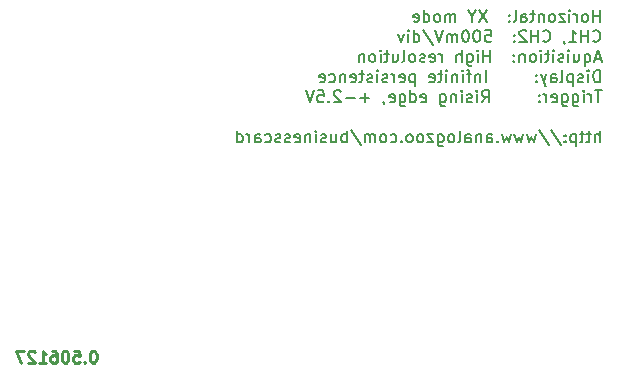
<source format=gbo>
%TF.GenerationSoftware,KiCad,Pcbnew,4.0.7*%
%TF.CreationDate,2018-03-04T17:21:21-05:00*%
%TF.ProjectId,BusinessCard,427573696E657373436172642E6B6963,rev?*%
%TF.FileFunction,Legend,Bot*%
%FSLAX46Y46*%
G04 Gerber Fmt 4.6, Leading zero omitted, Abs format (unit mm)*
G04 Created by KiCad (PCBNEW 4.0.7) date Sunday, March 04, 2018 'PMt' 05:21:21 PM*
%MOMM*%
%LPD*%
G01*
G04 APERTURE LIST*
%ADD10C,0.100000*%
%ADD11C,0.250000*%
%ADD12C,0.200000*%
G04 APERTURE END LIST*
D10*
D11*
X117315857Y-119213381D02*
X117220618Y-119213381D01*
X117125380Y-119261000D01*
X117077761Y-119308619D01*
X117030142Y-119403857D01*
X116982523Y-119594333D01*
X116982523Y-119832429D01*
X117030142Y-120022905D01*
X117077761Y-120118143D01*
X117125380Y-120165762D01*
X117220618Y-120213381D01*
X117315857Y-120213381D01*
X117411095Y-120165762D01*
X117458714Y-120118143D01*
X117506333Y-120022905D01*
X117553952Y-119832429D01*
X117553952Y-119594333D01*
X117506333Y-119403857D01*
X117458714Y-119308619D01*
X117411095Y-119261000D01*
X117315857Y-119213381D01*
X116553952Y-120118143D02*
X116506333Y-120165762D01*
X116553952Y-120213381D01*
X116601571Y-120165762D01*
X116553952Y-120118143D01*
X116553952Y-120213381D01*
X115601571Y-119213381D02*
X116077762Y-119213381D01*
X116125381Y-119689571D01*
X116077762Y-119641952D01*
X115982524Y-119594333D01*
X115744428Y-119594333D01*
X115649190Y-119641952D01*
X115601571Y-119689571D01*
X115553952Y-119784810D01*
X115553952Y-120022905D01*
X115601571Y-120118143D01*
X115649190Y-120165762D01*
X115744428Y-120213381D01*
X115982524Y-120213381D01*
X116077762Y-120165762D01*
X116125381Y-120118143D01*
X114934905Y-119213381D02*
X114839666Y-119213381D01*
X114744428Y-119261000D01*
X114696809Y-119308619D01*
X114649190Y-119403857D01*
X114601571Y-119594333D01*
X114601571Y-119832429D01*
X114649190Y-120022905D01*
X114696809Y-120118143D01*
X114744428Y-120165762D01*
X114839666Y-120213381D01*
X114934905Y-120213381D01*
X115030143Y-120165762D01*
X115077762Y-120118143D01*
X115125381Y-120022905D01*
X115173000Y-119832429D01*
X115173000Y-119594333D01*
X115125381Y-119403857D01*
X115077762Y-119308619D01*
X115030143Y-119261000D01*
X114934905Y-119213381D01*
X113744428Y-119213381D02*
X113934905Y-119213381D01*
X114030143Y-119261000D01*
X114077762Y-119308619D01*
X114173000Y-119451476D01*
X114220619Y-119641952D01*
X114220619Y-120022905D01*
X114173000Y-120118143D01*
X114125381Y-120165762D01*
X114030143Y-120213381D01*
X113839666Y-120213381D01*
X113744428Y-120165762D01*
X113696809Y-120118143D01*
X113649190Y-120022905D01*
X113649190Y-119784810D01*
X113696809Y-119689571D01*
X113744428Y-119641952D01*
X113839666Y-119594333D01*
X114030143Y-119594333D01*
X114125381Y-119641952D01*
X114173000Y-119689571D01*
X114220619Y-119784810D01*
X112696809Y-120213381D02*
X113268238Y-120213381D01*
X112982524Y-120213381D02*
X112982524Y-119213381D01*
X113077762Y-119356238D01*
X113173000Y-119451476D01*
X113268238Y-119499095D01*
X112315857Y-119308619D02*
X112268238Y-119261000D01*
X112173000Y-119213381D01*
X111934904Y-119213381D01*
X111839666Y-119261000D01*
X111792047Y-119308619D01*
X111744428Y-119403857D01*
X111744428Y-119499095D01*
X111792047Y-119641952D01*
X112363476Y-120213381D01*
X111744428Y-120213381D01*
X111411095Y-119213381D02*
X110744428Y-119213381D01*
X111173000Y-120213381D01*
D12*
X160162905Y-91364381D02*
X160162905Y-90364381D01*
X160162905Y-90840571D02*
X159591476Y-90840571D01*
X159591476Y-91364381D02*
X159591476Y-90364381D01*
X158972429Y-91364381D02*
X159067667Y-91316762D01*
X159115286Y-91269143D01*
X159162905Y-91173905D01*
X159162905Y-90888190D01*
X159115286Y-90792952D01*
X159067667Y-90745333D01*
X158972429Y-90697714D01*
X158829571Y-90697714D01*
X158734333Y-90745333D01*
X158686714Y-90792952D01*
X158639095Y-90888190D01*
X158639095Y-91173905D01*
X158686714Y-91269143D01*
X158734333Y-91316762D01*
X158829571Y-91364381D01*
X158972429Y-91364381D01*
X158210524Y-91364381D02*
X158210524Y-90697714D01*
X158210524Y-90888190D02*
X158162905Y-90792952D01*
X158115286Y-90745333D01*
X158020048Y-90697714D01*
X157924809Y-90697714D01*
X157591476Y-91364381D02*
X157591476Y-90697714D01*
X157591476Y-90364381D02*
X157639095Y-90412000D01*
X157591476Y-90459619D01*
X157543857Y-90412000D01*
X157591476Y-90364381D01*
X157591476Y-90459619D01*
X157210524Y-90697714D02*
X156686714Y-90697714D01*
X157210524Y-91364381D01*
X156686714Y-91364381D01*
X156162905Y-91364381D02*
X156258143Y-91316762D01*
X156305762Y-91269143D01*
X156353381Y-91173905D01*
X156353381Y-90888190D01*
X156305762Y-90792952D01*
X156258143Y-90745333D01*
X156162905Y-90697714D01*
X156020047Y-90697714D01*
X155924809Y-90745333D01*
X155877190Y-90792952D01*
X155829571Y-90888190D01*
X155829571Y-91173905D01*
X155877190Y-91269143D01*
X155924809Y-91316762D01*
X156020047Y-91364381D01*
X156162905Y-91364381D01*
X155401000Y-90697714D02*
X155401000Y-91364381D01*
X155401000Y-90792952D02*
X155353381Y-90745333D01*
X155258143Y-90697714D01*
X155115285Y-90697714D01*
X155020047Y-90745333D01*
X154972428Y-90840571D01*
X154972428Y-91364381D01*
X154639095Y-90697714D02*
X154258143Y-90697714D01*
X154496238Y-90364381D02*
X154496238Y-91221524D01*
X154448619Y-91316762D01*
X154353381Y-91364381D01*
X154258143Y-91364381D01*
X153496237Y-91364381D02*
X153496237Y-90840571D01*
X153543856Y-90745333D01*
X153639094Y-90697714D01*
X153829571Y-90697714D01*
X153924809Y-90745333D01*
X153496237Y-91316762D02*
X153591475Y-91364381D01*
X153829571Y-91364381D01*
X153924809Y-91316762D01*
X153972428Y-91221524D01*
X153972428Y-91126286D01*
X153924809Y-91031048D01*
X153829571Y-90983429D01*
X153591475Y-90983429D01*
X153496237Y-90935810D01*
X152877190Y-91364381D02*
X152972428Y-91316762D01*
X153020047Y-91221524D01*
X153020047Y-90364381D01*
X152496237Y-91269143D02*
X152448618Y-91316762D01*
X152496237Y-91364381D01*
X152543856Y-91316762D01*
X152496237Y-91269143D01*
X152496237Y-91364381D01*
X152496237Y-90745333D02*
X152448618Y-90792952D01*
X152496237Y-90840571D01*
X152543856Y-90792952D01*
X152496237Y-90745333D01*
X152496237Y-90840571D01*
X150591475Y-90364381D02*
X149924808Y-91364381D01*
X149924808Y-90364381D02*
X150591475Y-91364381D01*
X149353380Y-90888190D02*
X149353380Y-91364381D01*
X149686713Y-90364381D02*
X149353380Y-90888190D01*
X149020046Y-90364381D01*
X147924808Y-91364381D02*
X147924808Y-90697714D01*
X147924808Y-90792952D02*
X147877189Y-90745333D01*
X147781951Y-90697714D01*
X147639093Y-90697714D01*
X147543855Y-90745333D01*
X147496236Y-90840571D01*
X147496236Y-91364381D01*
X147496236Y-90840571D02*
X147448617Y-90745333D01*
X147353379Y-90697714D01*
X147210522Y-90697714D01*
X147115284Y-90745333D01*
X147067665Y-90840571D01*
X147067665Y-91364381D01*
X146448618Y-91364381D02*
X146543856Y-91316762D01*
X146591475Y-91269143D01*
X146639094Y-91173905D01*
X146639094Y-90888190D01*
X146591475Y-90792952D01*
X146543856Y-90745333D01*
X146448618Y-90697714D01*
X146305760Y-90697714D01*
X146210522Y-90745333D01*
X146162903Y-90792952D01*
X146115284Y-90888190D01*
X146115284Y-91173905D01*
X146162903Y-91269143D01*
X146210522Y-91316762D01*
X146305760Y-91364381D01*
X146448618Y-91364381D01*
X145258141Y-91364381D02*
X145258141Y-90364381D01*
X145258141Y-91316762D02*
X145353379Y-91364381D01*
X145543856Y-91364381D01*
X145639094Y-91316762D01*
X145686713Y-91269143D01*
X145734332Y-91173905D01*
X145734332Y-90888190D01*
X145686713Y-90792952D01*
X145639094Y-90745333D01*
X145543856Y-90697714D01*
X145353379Y-90697714D01*
X145258141Y-90745333D01*
X144400998Y-91316762D02*
X144496236Y-91364381D01*
X144686713Y-91364381D01*
X144781951Y-91316762D01*
X144829570Y-91221524D01*
X144829570Y-90840571D01*
X144781951Y-90745333D01*
X144686713Y-90697714D01*
X144496236Y-90697714D01*
X144400998Y-90745333D01*
X144353379Y-90840571D01*
X144353379Y-90935810D01*
X144829570Y-91031048D01*
X159591476Y-92969143D02*
X159639095Y-93016762D01*
X159781952Y-93064381D01*
X159877190Y-93064381D01*
X160020048Y-93016762D01*
X160115286Y-92921524D01*
X160162905Y-92826286D01*
X160210524Y-92635810D01*
X160210524Y-92492952D01*
X160162905Y-92302476D01*
X160115286Y-92207238D01*
X160020048Y-92112000D01*
X159877190Y-92064381D01*
X159781952Y-92064381D01*
X159639095Y-92112000D01*
X159591476Y-92159619D01*
X159162905Y-93064381D02*
X159162905Y-92064381D01*
X159162905Y-92540571D02*
X158591476Y-92540571D01*
X158591476Y-93064381D02*
X158591476Y-92064381D01*
X157591476Y-93064381D02*
X158162905Y-93064381D01*
X157877191Y-93064381D02*
X157877191Y-92064381D01*
X157972429Y-92207238D01*
X158067667Y-92302476D01*
X158162905Y-92350095D01*
X157115286Y-93016762D02*
X157115286Y-93064381D01*
X157162905Y-93159619D01*
X157210524Y-93207238D01*
X155353381Y-92969143D02*
X155401000Y-93016762D01*
X155543857Y-93064381D01*
X155639095Y-93064381D01*
X155781953Y-93016762D01*
X155877191Y-92921524D01*
X155924810Y-92826286D01*
X155972429Y-92635810D01*
X155972429Y-92492952D01*
X155924810Y-92302476D01*
X155877191Y-92207238D01*
X155781953Y-92112000D01*
X155639095Y-92064381D01*
X155543857Y-92064381D01*
X155401000Y-92112000D01*
X155353381Y-92159619D01*
X154924810Y-93064381D02*
X154924810Y-92064381D01*
X154924810Y-92540571D02*
X154353381Y-92540571D01*
X154353381Y-93064381D02*
X154353381Y-92064381D01*
X153924810Y-92159619D02*
X153877191Y-92112000D01*
X153781953Y-92064381D01*
X153543857Y-92064381D01*
X153448619Y-92112000D01*
X153401000Y-92159619D01*
X153353381Y-92254857D01*
X153353381Y-92350095D01*
X153401000Y-92492952D01*
X153972429Y-93064381D01*
X153353381Y-93064381D01*
X152924810Y-92969143D02*
X152877191Y-93016762D01*
X152924810Y-93064381D01*
X152972429Y-93016762D01*
X152924810Y-92969143D01*
X152924810Y-93064381D01*
X152924810Y-92445333D02*
X152877191Y-92492952D01*
X152924810Y-92540571D01*
X152972429Y-92492952D01*
X152924810Y-92445333D01*
X152924810Y-92540571D01*
X150448619Y-92064381D02*
X150924810Y-92064381D01*
X150972429Y-92540571D01*
X150924810Y-92492952D01*
X150829572Y-92445333D01*
X150591476Y-92445333D01*
X150496238Y-92492952D01*
X150448619Y-92540571D01*
X150401000Y-92635810D01*
X150401000Y-92873905D01*
X150448619Y-92969143D01*
X150496238Y-93016762D01*
X150591476Y-93064381D01*
X150829572Y-93064381D01*
X150924810Y-93016762D01*
X150972429Y-92969143D01*
X149781953Y-92064381D02*
X149686714Y-92064381D01*
X149591476Y-92112000D01*
X149543857Y-92159619D01*
X149496238Y-92254857D01*
X149448619Y-92445333D01*
X149448619Y-92683429D01*
X149496238Y-92873905D01*
X149543857Y-92969143D01*
X149591476Y-93016762D01*
X149686714Y-93064381D01*
X149781953Y-93064381D01*
X149877191Y-93016762D01*
X149924810Y-92969143D01*
X149972429Y-92873905D01*
X150020048Y-92683429D01*
X150020048Y-92445333D01*
X149972429Y-92254857D01*
X149924810Y-92159619D01*
X149877191Y-92112000D01*
X149781953Y-92064381D01*
X148829572Y-92064381D02*
X148734333Y-92064381D01*
X148639095Y-92112000D01*
X148591476Y-92159619D01*
X148543857Y-92254857D01*
X148496238Y-92445333D01*
X148496238Y-92683429D01*
X148543857Y-92873905D01*
X148591476Y-92969143D01*
X148639095Y-93016762D01*
X148734333Y-93064381D01*
X148829572Y-93064381D01*
X148924810Y-93016762D01*
X148972429Y-92969143D01*
X149020048Y-92873905D01*
X149067667Y-92683429D01*
X149067667Y-92445333D01*
X149020048Y-92254857D01*
X148972429Y-92159619D01*
X148924810Y-92112000D01*
X148829572Y-92064381D01*
X148067667Y-93064381D02*
X148067667Y-92397714D01*
X148067667Y-92492952D02*
X148020048Y-92445333D01*
X147924810Y-92397714D01*
X147781952Y-92397714D01*
X147686714Y-92445333D01*
X147639095Y-92540571D01*
X147639095Y-93064381D01*
X147639095Y-92540571D02*
X147591476Y-92445333D01*
X147496238Y-92397714D01*
X147353381Y-92397714D01*
X147258143Y-92445333D01*
X147210524Y-92540571D01*
X147210524Y-93064381D01*
X146877191Y-92064381D02*
X146543858Y-93064381D01*
X146210524Y-92064381D01*
X145162905Y-92016762D02*
X146020048Y-93302476D01*
X144401000Y-93064381D02*
X144401000Y-92064381D01*
X144401000Y-93016762D02*
X144496238Y-93064381D01*
X144686715Y-93064381D01*
X144781953Y-93016762D01*
X144829572Y-92969143D01*
X144877191Y-92873905D01*
X144877191Y-92588190D01*
X144829572Y-92492952D01*
X144781953Y-92445333D01*
X144686715Y-92397714D01*
X144496238Y-92397714D01*
X144401000Y-92445333D01*
X143924810Y-93064381D02*
X143924810Y-92397714D01*
X143924810Y-92064381D02*
X143972429Y-92112000D01*
X143924810Y-92159619D01*
X143877191Y-92112000D01*
X143924810Y-92064381D01*
X143924810Y-92159619D01*
X143543858Y-92397714D02*
X143305763Y-93064381D01*
X143067667Y-92397714D01*
X160210524Y-94478667D02*
X159734333Y-94478667D01*
X160305762Y-94764381D02*
X159972429Y-93764381D01*
X159639095Y-94764381D01*
X158877190Y-94097714D02*
X158877190Y-95097714D01*
X158877190Y-94716762D02*
X158972428Y-94764381D01*
X159162905Y-94764381D01*
X159258143Y-94716762D01*
X159305762Y-94669143D01*
X159353381Y-94573905D01*
X159353381Y-94288190D01*
X159305762Y-94192952D01*
X159258143Y-94145333D01*
X159162905Y-94097714D01*
X158972428Y-94097714D01*
X158877190Y-94145333D01*
X157972428Y-94097714D02*
X157972428Y-94764381D01*
X158401000Y-94097714D02*
X158401000Y-94621524D01*
X158353381Y-94716762D01*
X158258143Y-94764381D01*
X158115285Y-94764381D01*
X158020047Y-94716762D01*
X157972428Y-94669143D01*
X157496238Y-94764381D02*
X157496238Y-94097714D01*
X157496238Y-93764381D02*
X157543857Y-93812000D01*
X157496238Y-93859619D01*
X157448619Y-93812000D01*
X157496238Y-93764381D01*
X157496238Y-93859619D01*
X157067667Y-94716762D02*
X156972429Y-94764381D01*
X156781953Y-94764381D01*
X156686714Y-94716762D01*
X156639095Y-94621524D01*
X156639095Y-94573905D01*
X156686714Y-94478667D01*
X156781953Y-94431048D01*
X156924810Y-94431048D01*
X157020048Y-94383429D01*
X157067667Y-94288190D01*
X157067667Y-94240571D01*
X157020048Y-94145333D01*
X156924810Y-94097714D01*
X156781953Y-94097714D01*
X156686714Y-94145333D01*
X156210524Y-94764381D02*
X156210524Y-94097714D01*
X156210524Y-93764381D02*
X156258143Y-93812000D01*
X156210524Y-93859619D01*
X156162905Y-93812000D01*
X156210524Y-93764381D01*
X156210524Y-93859619D01*
X155877191Y-94097714D02*
X155496239Y-94097714D01*
X155734334Y-93764381D02*
X155734334Y-94621524D01*
X155686715Y-94716762D01*
X155591477Y-94764381D01*
X155496239Y-94764381D01*
X155162905Y-94764381D02*
X155162905Y-94097714D01*
X155162905Y-93764381D02*
X155210524Y-93812000D01*
X155162905Y-93859619D01*
X155115286Y-93812000D01*
X155162905Y-93764381D01*
X155162905Y-93859619D01*
X154543858Y-94764381D02*
X154639096Y-94716762D01*
X154686715Y-94669143D01*
X154734334Y-94573905D01*
X154734334Y-94288190D01*
X154686715Y-94192952D01*
X154639096Y-94145333D01*
X154543858Y-94097714D01*
X154401000Y-94097714D01*
X154305762Y-94145333D01*
X154258143Y-94192952D01*
X154210524Y-94288190D01*
X154210524Y-94573905D01*
X154258143Y-94669143D01*
X154305762Y-94716762D01*
X154401000Y-94764381D01*
X154543858Y-94764381D01*
X153781953Y-94097714D02*
X153781953Y-94764381D01*
X153781953Y-94192952D02*
X153734334Y-94145333D01*
X153639096Y-94097714D01*
X153496238Y-94097714D01*
X153401000Y-94145333D01*
X153353381Y-94240571D01*
X153353381Y-94764381D01*
X152877191Y-94669143D02*
X152829572Y-94716762D01*
X152877191Y-94764381D01*
X152924810Y-94716762D01*
X152877191Y-94669143D01*
X152877191Y-94764381D01*
X152877191Y-94145333D02*
X152829572Y-94192952D01*
X152877191Y-94240571D01*
X152924810Y-94192952D01*
X152877191Y-94145333D01*
X152877191Y-94240571D01*
X150877191Y-94764381D02*
X150877191Y-93764381D01*
X150877191Y-94240571D02*
X150305762Y-94240571D01*
X150305762Y-94764381D02*
X150305762Y-93764381D01*
X149829572Y-94764381D02*
X149829572Y-94097714D01*
X149829572Y-93764381D02*
X149877191Y-93812000D01*
X149829572Y-93859619D01*
X149781953Y-93812000D01*
X149829572Y-93764381D01*
X149829572Y-93859619D01*
X148924810Y-94097714D02*
X148924810Y-94907238D01*
X148972429Y-95002476D01*
X149020048Y-95050095D01*
X149115287Y-95097714D01*
X149258144Y-95097714D01*
X149353382Y-95050095D01*
X148924810Y-94716762D02*
X149020048Y-94764381D01*
X149210525Y-94764381D01*
X149305763Y-94716762D01*
X149353382Y-94669143D01*
X149401001Y-94573905D01*
X149401001Y-94288190D01*
X149353382Y-94192952D01*
X149305763Y-94145333D01*
X149210525Y-94097714D01*
X149020048Y-94097714D01*
X148924810Y-94145333D01*
X148448620Y-94764381D02*
X148448620Y-93764381D01*
X148020048Y-94764381D02*
X148020048Y-94240571D01*
X148067667Y-94145333D01*
X148162905Y-94097714D01*
X148305763Y-94097714D01*
X148401001Y-94145333D01*
X148448620Y-94192952D01*
X146781953Y-94764381D02*
X146781953Y-94097714D01*
X146781953Y-94288190D02*
X146734334Y-94192952D01*
X146686715Y-94145333D01*
X146591477Y-94097714D01*
X146496238Y-94097714D01*
X145781952Y-94716762D02*
X145877190Y-94764381D01*
X146067667Y-94764381D01*
X146162905Y-94716762D01*
X146210524Y-94621524D01*
X146210524Y-94240571D01*
X146162905Y-94145333D01*
X146067667Y-94097714D01*
X145877190Y-94097714D01*
X145781952Y-94145333D01*
X145734333Y-94240571D01*
X145734333Y-94335810D01*
X146210524Y-94431048D01*
X145353381Y-94716762D02*
X145258143Y-94764381D01*
X145067667Y-94764381D01*
X144972428Y-94716762D01*
X144924809Y-94621524D01*
X144924809Y-94573905D01*
X144972428Y-94478667D01*
X145067667Y-94431048D01*
X145210524Y-94431048D01*
X145305762Y-94383429D01*
X145353381Y-94288190D01*
X145353381Y-94240571D01*
X145305762Y-94145333D01*
X145210524Y-94097714D01*
X145067667Y-94097714D01*
X144972428Y-94145333D01*
X144353381Y-94764381D02*
X144448619Y-94716762D01*
X144496238Y-94669143D01*
X144543857Y-94573905D01*
X144543857Y-94288190D01*
X144496238Y-94192952D01*
X144448619Y-94145333D01*
X144353381Y-94097714D01*
X144210523Y-94097714D01*
X144115285Y-94145333D01*
X144067666Y-94192952D01*
X144020047Y-94288190D01*
X144020047Y-94573905D01*
X144067666Y-94669143D01*
X144115285Y-94716762D01*
X144210523Y-94764381D01*
X144353381Y-94764381D01*
X143448619Y-94764381D02*
X143543857Y-94716762D01*
X143591476Y-94621524D01*
X143591476Y-93764381D01*
X142639094Y-94097714D02*
X142639094Y-94764381D01*
X143067666Y-94097714D02*
X143067666Y-94621524D01*
X143020047Y-94716762D01*
X142924809Y-94764381D01*
X142781951Y-94764381D01*
X142686713Y-94716762D01*
X142639094Y-94669143D01*
X142305761Y-94097714D02*
X141924809Y-94097714D01*
X142162904Y-93764381D02*
X142162904Y-94621524D01*
X142115285Y-94716762D01*
X142020047Y-94764381D01*
X141924809Y-94764381D01*
X141591475Y-94764381D02*
X141591475Y-94097714D01*
X141591475Y-93764381D02*
X141639094Y-93812000D01*
X141591475Y-93859619D01*
X141543856Y-93812000D01*
X141591475Y-93764381D01*
X141591475Y-93859619D01*
X140972428Y-94764381D02*
X141067666Y-94716762D01*
X141115285Y-94669143D01*
X141162904Y-94573905D01*
X141162904Y-94288190D01*
X141115285Y-94192952D01*
X141067666Y-94145333D01*
X140972428Y-94097714D01*
X140829570Y-94097714D01*
X140734332Y-94145333D01*
X140686713Y-94192952D01*
X140639094Y-94288190D01*
X140639094Y-94573905D01*
X140686713Y-94669143D01*
X140734332Y-94716762D01*
X140829570Y-94764381D01*
X140972428Y-94764381D01*
X140210523Y-94097714D02*
X140210523Y-94764381D01*
X140210523Y-94192952D02*
X140162904Y-94145333D01*
X140067666Y-94097714D01*
X139924808Y-94097714D01*
X139829570Y-94145333D01*
X139781951Y-94240571D01*
X139781951Y-94764381D01*
X160162905Y-96464381D02*
X160162905Y-95464381D01*
X159924810Y-95464381D01*
X159781952Y-95512000D01*
X159686714Y-95607238D01*
X159639095Y-95702476D01*
X159591476Y-95892952D01*
X159591476Y-96035810D01*
X159639095Y-96226286D01*
X159686714Y-96321524D01*
X159781952Y-96416762D01*
X159924810Y-96464381D01*
X160162905Y-96464381D01*
X159162905Y-96464381D02*
X159162905Y-95797714D01*
X159162905Y-95464381D02*
X159210524Y-95512000D01*
X159162905Y-95559619D01*
X159115286Y-95512000D01*
X159162905Y-95464381D01*
X159162905Y-95559619D01*
X158734334Y-96416762D02*
X158639096Y-96464381D01*
X158448620Y-96464381D01*
X158353381Y-96416762D01*
X158305762Y-96321524D01*
X158305762Y-96273905D01*
X158353381Y-96178667D01*
X158448620Y-96131048D01*
X158591477Y-96131048D01*
X158686715Y-96083429D01*
X158734334Y-95988190D01*
X158734334Y-95940571D01*
X158686715Y-95845333D01*
X158591477Y-95797714D01*
X158448620Y-95797714D01*
X158353381Y-95845333D01*
X157877191Y-95797714D02*
X157877191Y-96797714D01*
X157877191Y-95845333D02*
X157781953Y-95797714D01*
X157591476Y-95797714D01*
X157496238Y-95845333D01*
X157448619Y-95892952D01*
X157401000Y-95988190D01*
X157401000Y-96273905D01*
X157448619Y-96369143D01*
X157496238Y-96416762D01*
X157591476Y-96464381D01*
X157781953Y-96464381D01*
X157877191Y-96416762D01*
X156829572Y-96464381D02*
X156924810Y-96416762D01*
X156972429Y-96321524D01*
X156972429Y-95464381D01*
X156020047Y-96464381D02*
X156020047Y-95940571D01*
X156067666Y-95845333D01*
X156162904Y-95797714D01*
X156353381Y-95797714D01*
X156448619Y-95845333D01*
X156020047Y-96416762D02*
X156115285Y-96464381D01*
X156353381Y-96464381D01*
X156448619Y-96416762D01*
X156496238Y-96321524D01*
X156496238Y-96226286D01*
X156448619Y-96131048D01*
X156353381Y-96083429D01*
X156115285Y-96083429D01*
X156020047Y-96035810D01*
X155639095Y-95797714D02*
X155401000Y-96464381D01*
X155162904Y-95797714D02*
X155401000Y-96464381D01*
X155496238Y-96702476D01*
X155543857Y-96750095D01*
X155639095Y-96797714D01*
X154781952Y-96369143D02*
X154734333Y-96416762D01*
X154781952Y-96464381D01*
X154829571Y-96416762D01*
X154781952Y-96369143D01*
X154781952Y-96464381D01*
X154781952Y-95845333D02*
X154734333Y-95892952D01*
X154781952Y-95940571D01*
X154829571Y-95892952D01*
X154781952Y-95845333D01*
X154781952Y-95940571D01*
X150496237Y-96464381D02*
X150496237Y-95464381D01*
X150020047Y-95797714D02*
X150020047Y-96464381D01*
X150020047Y-95892952D02*
X149972428Y-95845333D01*
X149877190Y-95797714D01*
X149734332Y-95797714D01*
X149639094Y-95845333D01*
X149591475Y-95940571D01*
X149591475Y-96464381D01*
X149258142Y-95797714D02*
X148877190Y-95797714D01*
X149115285Y-96464381D02*
X149115285Y-95607238D01*
X149067666Y-95512000D01*
X148972428Y-95464381D01*
X148877190Y-95464381D01*
X148543856Y-96464381D02*
X148543856Y-95797714D01*
X148543856Y-95464381D02*
X148591475Y-95512000D01*
X148543856Y-95559619D01*
X148496237Y-95512000D01*
X148543856Y-95464381D01*
X148543856Y-95559619D01*
X148067666Y-95797714D02*
X148067666Y-96464381D01*
X148067666Y-95892952D02*
X148020047Y-95845333D01*
X147924809Y-95797714D01*
X147781951Y-95797714D01*
X147686713Y-95845333D01*
X147639094Y-95940571D01*
X147639094Y-96464381D01*
X147162904Y-96464381D02*
X147162904Y-95797714D01*
X147162904Y-95464381D02*
X147210523Y-95512000D01*
X147162904Y-95559619D01*
X147115285Y-95512000D01*
X147162904Y-95464381D01*
X147162904Y-95559619D01*
X146829571Y-95797714D02*
X146448619Y-95797714D01*
X146686714Y-95464381D02*
X146686714Y-96321524D01*
X146639095Y-96416762D01*
X146543857Y-96464381D01*
X146448619Y-96464381D01*
X145734332Y-96416762D02*
X145829570Y-96464381D01*
X146020047Y-96464381D01*
X146115285Y-96416762D01*
X146162904Y-96321524D01*
X146162904Y-95940571D01*
X146115285Y-95845333D01*
X146020047Y-95797714D01*
X145829570Y-95797714D01*
X145734332Y-95845333D01*
X145686713Y-95940571D01*
X145686713Y-96035810D01*
X146162904Y-96131048D01*
X144496237Y-95797714D02*
X144496237Y-96797714D01*
X144496237Y-95845333D02*
X144400999Y-95797714D01*
X144210522Y-95797714D01*
X144115284Y-95845333D01*
X144067665Y-95892952D01*
X144020046Y-95988190D01*
X144020046Y-96273905D01*
X144067665Y-96369143D01*
X144115284Y-96416762D01*
X144210522Y-96464381D01*
X144400999Y-96464381D01*
X144496237Y-96416762D01*
X143210522Y-96416762D02*
X143305760Y-96464381D01*
X143496237Y-96464381D01*
X143591475Y-96416762D01*
X143639094Y-96321524D01*
X143639094Y-95940571D01*
X143591475Y-95845333D01*
X143496237Y-95797714D01*
X143305760Y-95797714D01*
X143210522Y-95845333D01*
X143162903Y-95940571D01*
X143162903Y-96035810D01*
X143639094Y-96131048D01*
X142734332Y-96464381D02*
X142734332Y-95797714D01*
X142734332Y-95988190D02*
X142686713Y-95892952D01*
X142639094Y-95845333D01*
X142543856Y-95797714D01*
X142448617Y-95797714D01*
X142162903Y-96416762D02*
X142067665Y-96464381D01*
X141877189Y-96464381D01*
X141781950Y-96416762D01*
X141734331Y-96321524D01*
X141734331Y-96273905D01*
X141781950Y-96178667D01*
X141877189Y-96131048D01*
X142020046Y-96131048D01*
X142115284Y-96083429D01*
X142162903Y-95988190D01*
X142162903Y-95940571D01*
X142115284Y-95845333D01*
X142020046Y-95797714D01*
X141877189Y-95797714D01*
X141781950Y-95845333D01*
X141305760Y-96464381D02*
X141305760Y-95797714D01*
X141305760Y-95464381D02*
X141353379Y-95512000D01*
X141305760Y-95559619D01*
X141258141Y-95512000D01*
X141305760Y-95464381D01*
X141305760Y-95559619D01*
X140877189Y-96416762D02*
X140781951Y-96464381D01*
X140591475Y-96464381D01*
X140496236Y-96416762D01*
X140448617Y-96321524D01*
X140448617Y-96273905D01*
X140496236Y-96178667D01*
X140591475Y-96131048D01*
X140734332Y-96131048D01*
X140829570Y-96083429D01*
X140877189Y-95988190D01*
X140877189Y-95940571D01*
X140829570Y-95845333D01*
X140734332Y-95797714D01*
X140591475Y-95797714D01*
X140496236Y-95845333D01*
X140162903Y-95797714D02*
X139781951Y-95797714D01*
X140020046Y-95464381D02*
X140020046Y-96321524D01*
X139972427Y-96416762D01*
X139877189Y-96464381D01*
X139781951Y-96464381D01*
X139067664Y-96416762D02*
X139162902Y-96464381D01*
X139353379Y-96464381D01*
X139448617Y-96416762D01*
X139496236Y-96321524D01*
X139496236Y-95940571D01*
X139448617Y-95845333D01*
X139353379Y-95797714D01*
X139162902Y-95797714D01*
X139067664Y-95845333D01*
X139020045Y-95940571D01*
X139020045Y-96035810D01*
X139496236Y-96131048D01*
X138591474Y-95797714D02*
X138591474Y-96464381D01*
X138591474Y-95892952D02*
X138543855Y-95845333D01*
X138448617Y-95797714D01*
X138305759Y-95797714D01*
X138210521Y-95845333D01*
X138162902Y-95940571D01*
X138162902Y-96464381D01*
X137258140Y-96416762D02*
X137353378Y-96464381D01*
X137543855Y-96464381D01*
X137639093Y-96416762D01*
X137686712Y-96369143D01*
X137734331Y-96273905D01*
X137734331Y-95988190D01*
X137686712Y-95892952D01*
X137639093Y-95845333D01*
X137543855Y-95797714D01*
X137353378Y-95797714D01*
X137258140Y-95845333D01*
X136448616Y-96416762D02*
X136543854Y-96464381D01*
X136734331Y-96464381D01*
X136829569Y-96416762D01*
X136877188Y-96321524D01*
X136877188Y-95940571D01*
X136829569Y-95845333D01*
X136734331Y-95797714D01*
X136543854Y-95797714D01*
X136448616Y-95845333D01*
X136400997Y-95940571D01*
X136400997Y-96035810D01*
X136877188Y-96131048D01*
X160305762Y-97164381D02*
X159734333Y-97164381D01*
X160020048Y-98164381D02*
X160020048Y-97164381D01*
X159401000Y-98164381D02*
X159401000Y-97497714D01*
X159401000Y-97688190D02*
X159353381Y-97592952D01*
X159305762Y-97545333D01*
X159210524Y-97497714D01*
X159115285Y-97497714D01*
X158781952Y-98164381D02*
X158781952Y-97497714D01*
X158781952Y-97164381D02*
X158829571Y-97212000D01*
X158781952Y-97259619D01*
X158734333Y-97212000D01*
X158781952Y-97164381D01*
X158781952Y-97259619D01*
X157877190Y-97497714D02*
X157877190Y-98307238D01*
X157924809Y-98402476D01*
X157972428Y-98450095D01*
X158067667Y-98497714D01*
X158210524Y-98497714D01*
X158305762Y-98450095D01*
X157877190Y-98116762D02*
X157972428Y-98164381D01*
X158162905Y-98164381D01*
X158258143Y-98116762D01*
X158305762Y-98069143D01*
X158353381Y-97973905D01*
X158353381Y-97688190D01*
X158305762Y-97592952D01*
X158258143Y-97545333D01*
X158162905Y-97497714D01*
X157972428Y-97497714D01*
X157877190Y-97545333D01*
X156972428Y-97497714D02*
X156972428Y-98307238D01*
X157020047Y-98402476D01*
X157067666Y-98450095D01*
X157162905Y-98497714D01*
X157305762Y-98497714D01*
X157401000Y-98450095D01*
X156972428Y-98116762D02*
X157067666Y-98164381D01*
X157258143Y-98164381D01*
X157353381Y-98116762D01*
X157401000Y-98069143D01*
X157448619Y-97973905D01*
X157448619Y-97688190D01*
X157401000Y-97592952D01*
X157353381Y-97545333D01*
X157258143Y-97497714D01*
X157067666Y-97497714D01*
X156972428Y-97545333D01*
X156115285Y-98116762D02*
X156210523Y-98164381D01*
X156401000Y-98164381D01*
X156496238Y-98116762D01*
X156543857Y-98021524D01*
X156543857Y-97640571D01*
X156496238Y-97545333D01*
X156401000Y-97497714D01*
X156210523Y-97497714D01*
X156115285Y-97545333D01*
X156067666Y-97640571D01*
X156067666Y-97735810D01*
X156543857Y-97831048D01*
X155639095Y-98164381D02*
X155639095Y-97497714D01*
X155639095Y-97688190D02*
X155591476Y-97592952D01*
X155543857Y-97545333D01*
X155448619Y-97497714D01*
X155353380Y-97497714D01*
X155020047Y-98069143D02*
X154972428Y-98116762D01*
X155020047Y-98164381D01*
X155067666Y-98116762D01*
X155020047Y-98069143D01*
X155020047Y-98164381D01*
X155020047Y-97545333D02*
X154972428Y-97592952D01*
X155020047Y-97640571D01*
X155067666Y-97592952D01*
X155020047Y-97545333D01*
X155020047Y-97640571D01*
X150162903Y-98164381D02*
X150496237Y-97688190D01*
X150734332Y-98164381D02*
X150734332Y-97164381D01*
X150353379Y-97164381D01*
X150258141Y-97212000D01*
X150210522Y-97259619D01*
X150162903Y-97354857D01*
X150162903Y-97497714D01*
X150210522Y-97592952D01*
X150258141Y-97640571D01*
X150353379Y-97688190D01*
X150734332Y-97688190D01*
X149734332Y-98164381D02*
X149734332Y-97497714D01*
X149734332Y-97164381D02*
X149781951Y-97212000D01*
X149734332Y-97259619D01*
X149686713Y-97212000D01*
X149734332Y-97164381D01*
X149734332Y-97259619D01*
X149305761Y-98116762D02*
X149210523Y-98164381D01*
X149020047Y-98164381D01*
X148924808Y-98116762D01*
X148877189Y-98021524D01*
X148877189Y-97973905D01*
X148924808Y-97878667D01*
X149020047Y-97831048D01*
X149162904Y-97831048D01*
X149258142Y-97783429D01*
X149305761Y-97688190D01*
X149305761Y-97640571D01*
X149258142Y-97545333D01*
X149162904Y-97497714D01*
X149020047Y-97497714D01*
X148924808Y-97545333D01*
X148448618Y-98164381D02*
X148448618Y-97497714D01*
X148448618Y-97164381D02*
X148496237Y-97212000D01*
X148448618Y-97259619D01*
X148400999Y-97212000D01*
X148448618Y-97164381D01*
X148448618Y-97259619D01*
X147972428Y-97497714D02*
X147972428Y-98164381D01*
X147972428Y-97592952D02*
X147924809Y-97545333D01*
X147829571Y-97497714D01*
X147686713Y-97497714D01*
X147591475Y-97545333D01*
X147543856Y-97640571D01*
X147543856Y-98164381D01*
X146639094Y-97497714D02*
X146639094Y-98307238D01*
X146686713Y-98402476D01*
X146734332Y-98450095D01*
X146829571Y-98497714D01*
X146972428Y-98497714D01*
X147067666Y-98450095D01*
X146639094Y-98116762D02*
X146734332Y-98164381D01*
X146924809Y-98164381D01*
X147020047Y-98116762D01*
X147067666Y-98069143D01*
X147115285Y-97973905D01*
X147115285Y-97688190D01*
X147067666Y-97592952D01*
X147020047Y-97545333D01*
X146924809Y-97497714D01*
X146734332Y-97497714D01*
X146639094Y-97545333D01*
X145020046Y-98116762D02*
X145115284Y-98164381D01*
X145305761Y-98164381D01*
X145400999Y-98116762D01*
X145448618Y-98021524D01*
X145448618Y-97640571D01*
X145400999Y-97545333D01*
X145305761Y-97497714D01*
X145115284Y-97497714D01*
X145020046Y-97545333D01*
X144972427Y-97640571D01*
X144972427Y-97735810D01*
X145448618Y-97831048D01*
X144115284Y-98164381D02*
X144115284Y-97164381D01*
X144115284Y-98116762D02*
X144210522Y-98164381D01*
X144400999Y-98164381D01*
X144496237Y-98116762D01*
X144543856Y-98069143D01*
X144591475Y-97973905D01*
X144591475Y-97688190D01*
X144543856Y-97592952D01*
X144496237Y-97545333D01*
X144400999Y-97497714D01*
X144210522Y-97497714D01*
X144115284Y-97545333D01*
X143210522Y-97497714D02*
X143210522Y-98307238D01*
X143258141Y-98402476D01*
X143305760Y-98450095D01*
X143400999Y-98497714D01*
X143543856Y-98497714D01*
X143639094Y-98450095D01*
X143210522Y-98116762D02*
X143305760Y-98164381D01*
X143496237Y-98164381D01*
X143591475Y-98116762D01*
X143639094Y-98069143D01*
X143686713Y-97973905D01*
X143686713Y-97688190D01*
X143639094Y-97592952D01*
X143591475Y-97545333D01*
X143496237Y-97497714D01*
X143305760Y-97497714D01*
X143210522Y-97545333D01*
X142353379Y-98116762D02*
X142448617Y-98164381D01*
X142639094Y-98164381D01*
X142734332Y-98116762D01*
X142781951Y-98021524D01*
X142781951Y-97640571D01*
X142734332Y-97545333D01*
X142639094Y-97497714D01*
X142448617Y-97497714D01*
X142353379Y-97545333D01*
X142305760Y-97640571D01*
X142305760Y-97735810D01*
X142781951Y-97831048D01*
X141829570Y-98116762D02*
X141829570Y-98164381D01*
X141877189Y-98259619D01*
X141924808Y-98307238D01*
X140639094Y-97783429D02*
X139877189Y-97783429D01*
X140258141Y-98164381D02*
X140258141Y-97402476D01*
X139400999Y-97783429D02*
X138639094Y-97783429D01*
X138210523Y-97259619D02*
X138162904Y-97212000D01*
X138067666Y-97164381D01*
X137829570Y-97164381D01*
X137734332Y-97212000D01*
X137686713Y-97259619D01*
X137639094Y-97354857D01*
X137639094Y-97450095D01*
X137686713Y-97592952D01*
X138258142Y-98164381D01*
X137639094Y-98164381D01*
X137210523Y-98069143D02*
X137162904Y-98116762D01*
X137210523Y-98164381D01*
X137258142Y-98116762D01*
X137210523Y-98069143D01*
X137210523Y-98164381D01*
X136258142Y-97164381D02*
X136734333Y-97164381D01*
X136781952Y-97640571D01*
X136734333Y-97592952D01*
X136639095Y-97545333D01*
X136400999Y-97545333D01*
X136305761Y-97592952D01*
X136258142Y-97640571D01*
X136210523Y-97735810D01*
X136210523Y-97973905D01*
X136258142Y-98069143D01*
X136305761Y-98116762D01*
X136400999Y-98164381D01*
X136639095Y-98164381D01*
X136734333Y-98116762D01*
X136781952Y-98069143D01*
X135924809Y-97164381D02*
X135591476Y-98164381D01*
X135258142Y-97164381D01*
X160162905Y-101564381D02*
X160162905Y-100564381D01*
X159734333Y-101564381D02*
X159734333Y-101040571D01*
X159781952Y-100945333D01*
X159877190Y-100897714D01*
X160020048Y-100897714D01*
X160115286Y-100945333D01*
X160162905Y-100992952D01*
X159401000Y-100897714D02*
X159020048Y-100897714D01*
X159258143Y-100564381D02*
X159258143Y-101421524D01*
X159210524Y-101516762D01*
X159115286Y-101564381D01*
X159020048Y-101564381D01*
X158829571Y-100897714D02*
X158448619Y-100897714D01*
X158686714Y-100564381D02*
X158686714Y-101421524D01*
X158639095Y-101516762D01*
X158543857Y-101564381D01*
X158448619Y-101564381D01*
X158115285Y-100897714D02*
X158115285Y-101897714D01*
X158115285Y-100945333D02*
X158020047Y-100897714D01*
X157829570Y-100897714D01*
X157734332Y-100945333D01*
X157686713Y-100992952D01*
X157639094Y-101088190D01*
X157639094Y-101373905D01*
X157686713Y-101469143D01*
X157734332Y-101516762D01*
X157829570Y-101564381D01*
X158020047Y-101564381D01*
X158115285Y-101516762D01*
X157210523Y-101469143D02*
X157162904Y-101516762D01*
X157210523Y-101564381D01*
X157258142Y-101516762D01*
X157210523Y-101469143D01*
X157210523Y-101564381D01*
X157210523Y-100945333D02*
X157162904Y-100992952D01*
X157210523Y-101040571D01*
X157258142Y-100992952D01*
X157210523Y-100945333D01*
X157210523Y-101040571D01*
X156020047Y-100516762D02*
X156877190Y-101802476D01*
X154972428Y-100516762D02*
X155829571Y-101802476D01*
X154734333Y-100897714D02*
X154543857Y-101564381D01*
X154353380Y-101088190D01*
X154162904Y-101564381D01*
X153972428Y-100897714D01*
X153686714Y-100897714D02*
X153496238Y-101564381D01*
X153305761Y-101088190D01*
X153115285Y-101564381D01*
X152924809Y-100897714D01*
X152639095Y-100897714D02*
X152448619Y-101564381D01*
X152258142Y-101088190D01*
X152067666Y-101564381D01*
X151877190Y-100897714D01*
X151496238Y-101469143D02*
X151448619Y-101516762D01*
X151496238Y-101564381D01*
X151543857Y-101516762D01*
X151496238Y-101469143D01*
X151496238Y-101564381D01*
X150591476Y-101564381D02*
X150591476Y-101040571D01*
X150639095Y-100945333D01*
X150734333Y-100897714D01*
X150924810Y-100897714D01*
X151020048Y-100945333D01*
X150591476Y-101516762D02*
X150686714Y-101564381D01*
X150924810Y-101564381D01*
X151020048Y-101516762D01*
X151067667Y-101421524D01*
X151067667Y-101326286D01*
X151020048Y-101231048D01*
X150924810Y-101183429D01*
X150686714Y-101183429D01*
X150591476Y-101135810D01*
X150115286Y-100897714D02*
X150115286Y-101564381D01*
X150115286Y-100992952D02*
X150067667Y-100945333D01*
X149972429Y-100897714D01*
X149829571Y-100897714D01*
X149734333Y-100945333D01*
X149686714Y-101040571D01*
X149686714Y-101564381D01*
X148781952Y-101564381D02*
X148781952Y-101040571D01*
X148829571Y-100945333D01*
X148924809Y-100897714D01*
X149115286Y-100897714D01*
X149210524Y-100945333D01*
X148781952Y-101516762D02*
X148877190Y-101564381D01*
X149115286Y-101564381D01*
X149210524Y-101516762D01*
X149258143Y-101421524D01*
X149258143Y-101326286D01*
X149210524Y-101231048D01*
X149115286Y-101183429D01*
X148877190Y-101183429D01*
X148781952Y-101135810D01*
X148162905Y-101564381D02*
X148258143Y-101516762D01*
X148305762Y-101421524D01*
X148305762Y-100564381D01*
X147639095Y-101564381D02*
X147734333Y-101516762D01*
X147781952Y-101469143D01*
X147829571Y-101373905D01*
X147829571Y-101088190D01*
X147781952Y-100992952D01*
X147734333Y-100945333D01*
X147639095Y-100897714D01*
X147496237Y-100897714D01*
X147400999Y-100945333D01*
X147353380Y-100992952D01*
X147305761Y-101088190D01*
X147305761Y-101373905D01*
X147353380Y-101469143D01*
X147400999Y-101516762D01*
X147496237Y-101564381D01*
X147639095Y-101564381D01*
X146448618Y-100897714D02*
X146448618Y-101707238D01*
X146496237Y-101802476D01*
X146543856Y-101850095D01*
X146639095Y-101897714D01*
X146781952Y-101897714D01*
X146877190Y-101850095D01*
X146448618Y-101516762D02*
X146543856Y-101564381D01*
X146734333Y-101564381D01*
X146829571Y-101516762D01*
X146877190Y-101469143D01*
X146924809Y-101373905D01*
X146924809Y-101088190D01*
X146877190Y-100992952D01*
X146829571Y-100945333D01*
X146734333Y-100897714D01*
X146543856Y-100897714D01*
X146448618Y-100945333D01*
X146067666Y-100897714D02*
X145543856Y-100897714D01*
X146067666Y-101564381D01*
X145543856Y-101564381D01*
X145020047Y-101564381D02*
X145115285Y-101516762D01*
X145162904Y-101469143D01*
X145210523Y-101373905D01*
X145210523Y-101088190D01*
X145162904Y-100992952D01*
X145115285Y-100945333D01*
X145020047Y-100897714D01*
X144877189Y-100897714D01*
X144781951Y-100945333D01*
X144734332Y-100992952D01*
X144686713Y-101088190D01*
X144686713Y-101373905D01*
X144734332Y-101469143D01*
X144781951Y-101516762D01*
X144877189Y-101564381D01*
X145020047Y-101564381D01*
X144115285Y-101564381D02*
X144210523Y-101516762D01*
X144258142Y-101469143D01*
X144305761Y-101373905D01*
X144305761Y-101088190D01*
X144258142Y-100992952D01*
X144210523Y-100945333D01*
X144115285Y-100897714D01*
X143972427Y-100897714D01*
X143877189Y-100945333D01*
X143829570Y-100992952D01*
X143781951Y-101088190D01*
X143781951Y-101373905D01*
X143829570Y-101469143D01*
X143877189Y-101516762D01*
X143972427Y-101564381D01*
X144115285Y-101564381D01*
X143353380Y-101469143D02*
X143305761Y-101516762D01*
X143353380Y-101564381D01*
X143400999Y-101516762D01*
X143353380Y-101469143D01*
X143353380Y-101564381D01*
X142448618Y-101516762D02*
X142543856Y-101564381D01*
X142734333Y-101564381D01*
X142829571Y-101516762D01*
X142877190Y-101469143D01*
X142924809Y-101373905D01*
X142924809Y-101088190D01*
X142877190Y-100992952D01*
X142829571Y-100945333D01*
X142734333Y-100897714D01*
X142543856Y-100897714D01*
X142448618Y-100945333D01*
X141877190Y-101564381D02*
X141972428Y-101516762D01*
X142020047Y-101469143D01*
X142067666Y-101373905D01*
X142067666Y-101088190D01*
X142020047Y-100992952D01*
X141972428Y-100945333D01*
X141877190Y-100897714D01*
X141734332Y-100897714D01*
X141639094Y-100945333D01*
X141591475Y-100992952D01*
X141543856Y-101088190D01*
X141543856Y-101373905D01*
X141591475Y-101469143D01*
X141639094Y-101516762D01*
X141734332Y-101564381D01*
X141877190Y-101564381D01*
X141115285Y-101564381D02*
X141115285Y-100897714D01*
X141115285Y-100992952D02*
X141067666Y-100945333D01*
X140972428Y-100897714D01*
X140829570Y-100897714D01*
X140734332Y-100945333D01*
X140686713Y-101040571D01*
X140686713Y-101564381D01*
X140686713Y-101040571D02*
X140639094Y-100945333D01*
X140543856Y-100897714D01*
X140400999Y-100897714D01*
X140305761Y-100945333D01*
X140258142Y-101040571D01*
X140258142Y-101564381D01*
X139067666Y-100516762D02*
X139924809Y-101802476D01*
X138734333Y-101564381D02*
X138734333Y-100564381D01*
X138734333Y-100945333D02*
X138639095Y-100897714D01*
X138448618Y-100897714D01*
X138353380Y-100945333D01*
X138305761Y-100992952D01*
X138258142Y-101088190D01*
X138258142Y-101373905D01*
X138305761Y-101469143D01*
X138353380Y-101516762D01*
X138448618Y-101564381D01*
X138639095Y-101564381D01*
X138734333Y-101516762D01*
X137400999Y-100897714D02*
X137400999Y-101564381D01*
X137829571Y-100897714D02*
X137829571Y-101421524D01*
X137781952Y-101516762D01*
X137686714Y-101564381D01*
X137543856Y-101564381D01*
X137448618Y-101516762D01*
X137400999Y-101469143D01*
X136972428Y-101516762D02*
X136877190Y-101564381D01*
X136686714Y-101564381D01*
X136591475Y-101516762D01*
X136543856Y-101421524D01*
X136543856Y-101373905D01*
X136591475Y-101278667D01*
X136686714Y-101231048D01*
X136829571Y-101231048D01*
X136924809Y-101183429D01*
X136972428Y-101088190D01*
X136972428Y-101040571D01*
X136924809Y-100945333D01*
X136829571Y-100897714D01*
X136686714Y-100897714D01*
X136591475Y-100945333D01*
X136115285Y-101564381D02*
X136115285Y-100897714D01*
X136115285Y-100564381D02*
X136162904Y-100612000D01*
X136115285Y-100659619D01*
X136067666Y-100612000D01*
X136115285Y-100564381D01*
X136115285Y-100659619D01*
X135639095Y-100897714D02*
X135639095Y-101564381D01*
X135639095Y-100992952D02*
X135591476Y-100945333D01*
X135496238Y-100897714D01*
X135353380Y-100897714D01*
X135258142Y-100945333D01*
X135210523Y-101040571D01*
X135210523Y-101564381D01*
X134353380Y-101516762D02*
X134448618Y-101564381D01*
X134639095Y-101564381D01*
X134734333Y-101516762D01*
X134781952Y-101421524D01*
X134781952Y-101040571D01*
X134734333Y-100945333D01*
X134639095Y-100897714D01*
X134448618Y-100897714D01*
X134353380Y-100945333D01*
X134305761Y-101040571D01*
X134305761Y-101135810D01*
X134781952Y-101231048D01*
X133924809Y-101516762D02*
X133829571Y-101564381D01*
X133639095Y-101564381D01*
X133543856Y-101516762D01*
X133496237Y-101421524D01*
X133496237Y-101373905D01*
X133543856Y-101278667D01*
X133639095Y-101231048D01*
X133781952Y-101231048D01*
X133877190Y-101183429D01*
X133924809Y-101088190D01*
X133924809Y-101040571D01*
X133877190Y-100945333D01*
X133781952Y-100897714D01*
X133639095Y-100897714D01*
X133543856Y-100945333D01*
X133115285Y-101516762D02*
X133020047Y-101564381D01*
X132829571Y-101564381D01*
X132734332Y-101516762D01*
X132686713Y-101421524D01*
X132686713Y-101373905D01*
X132734332Y-101278667D01*
X132829571Y-101231048D01*
X132972428Y-101231048D01*
X133067666Y-101183429D01*
X133115285Y-101088190D01*
X133115285Y-101040571D01*
X133067666Y-100945333D01*
X132972428Y-100897714D01*
X132829571Y-100897714D01*
X132734332Y-100945333D01*
X131829570Y-101516762D02*
X131924808Y-101564381D01*
X132115285Y-101564381D01*
X132210523Y-101516762D01*
X132258142Y-101469143D01*
X132305761Y-101373905D01*
X132305761Y-101088190D01*
X132258142Y-100992952D01*
X132210523Y-100945333D01*
X132115285Y-100897714D01*
X131924808Y-100897714D01*
X131829570Y-100945333D01*
X130972427Y-101564381D02*
X130972427Y-101040571D01*
X131020046Y-100945333D01*
X131115284Y-100897714D01*
X131305761Y-100897714D01*
X131400999Y-100945333D01*
X130972427Y-101516762D02*
X131067665Y-101564381D01*
X131305761Y-101564381D01*
X131400999Y-101516762D01*
X131448618Y-101421524D01*
X131448618Y-101326286D01*
X131400999Y-101231048D01*
X131305761Y-101183429D01*
X131067665Y-101183429D01*
X130972427Y-101135810D01*
X130496237Y-101564381D02*
X130496237Y-100897714D01*
X130496237Y-101088190D02*
X130448618Y-100992952D01*
X130400999Y-100945333D01*
X130305761Y-100897714D01*
X130210522Y-100897714D01*
X129448617Y-101564381D02*
X129448617Y-100564381D01*
X129448617Y-101516762D02*
X129543855Y-101564381D01*
X129734332Y-101564381D01*
X129829570Y-101516762D01*
X129877189Y-101469143D01*
X129924808Y-101373905D01*
X129924808Y-101088190D01*
X129877189Y-100992952D01*
X129829570Y-100945333D01*
X129734332Y-100897714D01*
X129543855Y-100897714D01*
X129448617Y-100945333D01*
M02*

</source>
